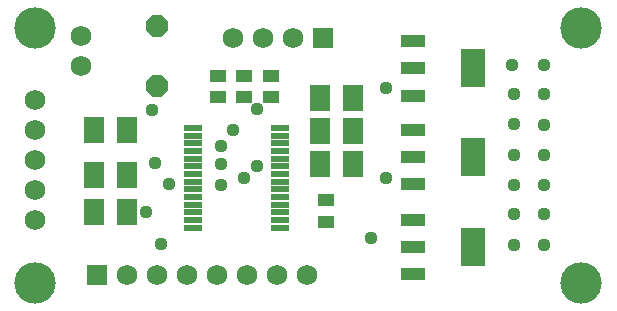
<source format=gts>
G75*
G70*
%OFA0B0*%
%FSLAX24Y24*%
%IPPOS*%
%LPD*%
%AMOC8*
5,1,8,0,0,1.08239X$1,22.5*
%
%ADD10R,0.0789X0.0395*%
%ADD11R,0.0808X0.1261*%
%ADD12R,0.0710X0.0867*%
%ADD13OC8,0.0710*%
%ADD14R,0.0552X0.0395*%
%ADD15C,0.0680*%
%ADD16R,0.0680X0.0680*%
%ADD17C,0.1380*%
%ADD18R,0.0630X0.0217*%
%ADD19C,0.0440*%
D10*
X013836Y001557D03*
X013840Y002462D03*
X013836Y003368D03*
X013836Y004557D03*
X013840Y005462D03*
X013836Y006368D03*
X013836Y007507D03*
X013840Y008412D03*
X013836Y009318D03*
D11*
X015840Y008412D03*
X015840Y005462D03*
X015840Y002462D03*
D12*
X011841Y005212D03*
X010738Y005212D03*
X010738Y006312D03*
X011841Y006312D03*
X011841Y007412D03*
X010738Y007412D03*
X004291Y006362D03*
X003188Y006362D03*
X003188Y004862D03*
X004291Y004862D03*
X004291Y003612D03*
X003188Y003612D03*
D13*
X005290Y007812D03*
X005290Y009812D03*
D14*
X007340Y008166D03*
X008190Y008166D03*
X009090Y008166D03*
X009090Y007458D03*
X008190Y007458D03*
X007340Y007458D03*
X010940Y004016D03*
X010940Y003308D03*
D15*
X010290Y001512D03*
X009290Y001512D03*
X008290Y001512D03*
X007290Y001512D03*
X006290Y001512D03*
X005290Y001512D03*
X004290Y001512D03*
X001240Y003362D03*
X001240Y004362D03*
X001240Y005362D03*
X001240Y006362D03*
X001240Y007362D03*
X002758Y008508D03*
X002758Y009508D03*
X007840Y009412D03*
X008840Y009412D03*
X009840Y009412D03*
D16*
X010840Y009412D03*
X003290Y001512D03*
D17*
X001240Y001262D03*
X001240Y009762D03*
X019440Y009762D03*
X019440Y001262D03*
D18*
X009379Y003099D03*
X009379Y003355D03*
X009379Y003610D03*
X009379Y003866D03*
X009379Y004122D03*
X009379Y004378D03*
X009379Y004634D03*
X009379Y004890D03*
X009379Y005146D03*
X009379Y005402D03*
X009379Y005658D03*
X009379Y005914D03*
X009379Y006170D03*
X009379Y006425D03*
X006500Y006425D03*
X006500Y006170D03*
X006500Y005914D03*
X006500Y005658D03*
X006500Y005402D03*
X006500Y005146D03*
X006500Y004890D03*
X006500Y004634D03*
X006500Y004378D03*
X006500Y004122D03*
X006500Y003866D03*
X006500Y003610D03*
X006500Y003355D03*
X006500Y003099D03*
D19*
X005440Y002562D03*
X004940Y003612D03*
X005690Y004562D03*
X005240Y005262D03*
X007440Y005212D03*
X008190Y004762D03*
X008640Y005162D03*
X007440Y004512D03*
X007440Y005812D03*
X007840Y006362D03*
X008640Y007062D03*
X005140Y007012D03*
X012940Y007762D03*
X017140Y008512D03*
X018190Y008512D03*
X018190Y007562D03*
X017190Y007562D03*
X017190Y006562D03*
X018190Y006512D03*
X018190Y005512D03*
X017190Y005512D03*
X017190Y004512D03*
X018190Y004512D03*
X018190Y003562D03*
X017190Y003562D03*
X017190Y002512D03*
X018190Y002512D03*
X012940Y004762D03*
X012440Y002762D03*
M02*

</source>
